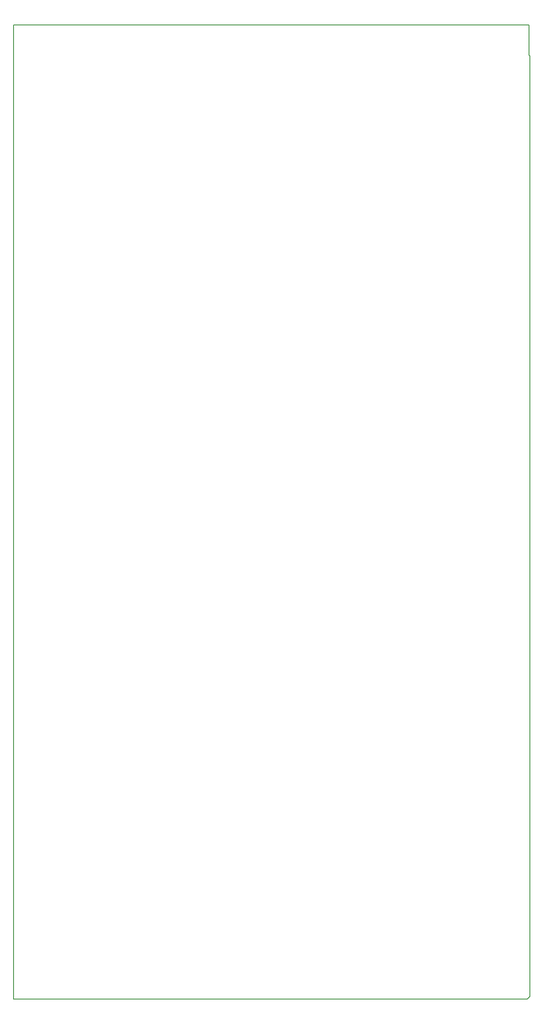
<source format=gko>
%FSLAX23Y23*%
%MOIN*%
G70*
G01*
G75*
G04 Layer_Color=8388736*
%ADD10C,0.031*%
%ADD11C,0.197*%
%ADD12C,0.236*%
%ADD13C,0.165*%
%ADD14C,0.157*%
%ADD15C,0.059*%
%ADD16R,0.059X0.059*%
G04:AMPARAMS|DCode=17|XSize=236mil|YSize=236mil|CornerRadius=59mil|HoleSize=0mil|Usage=FLASHONLY|Rotation=0.000|XOffset=0mil|YOffset=0mil|HoleType=Round|Shape=RoundedRectangle|*
%AMROUNDEDRECTD17*
21,1,0.236,0.118,0,0,0.0*
21,1,0.118,0.236,0,0,0.0*
1,1,0.118,0.059,-0.059*
1,1,0.118,-0.059,-0.059*
1,1,0.118,-0.059,0.059*
1,1,0.118,0.059,0.059*
%
%ADD17ROUNDEDRECTD17*%
%ADD18C,0.157*%
G04:AMPARAMS|DCode=19|XSize=236mil|YSize=236mil|CornerRadius=59mil|HoleSize=0mil|Usage=FLASHONLY|Rotation=270.000|XOffset=0mil|YOffset=0mil|HoleType=Round|Shape=RoundedRectangle|*
%AMROUNDEDRECTD19*
21,1,0.236,0.118,0,0,270.0*
21,1,0.118,0.236,0,0,270.0*
1,1,0.118,-0.059,-0.059*
1,1,0.118,-0.059,0.059*
1,1,0.118,0.059,0.059*
1,1,0.118,0.059,-0.059*
%
%ADD19ROUNDEDRECTD19*%
%ADD20C,0.079*%
%ADD21C,0.050*%
%ADD22C,0.079*%
%ADD23C,0.039*%
%ADD24C,0.071*%
%ADD25C,0.059*%
%ADD26R,0.031X0.024*%
%ADD27R,0.060X0.100*%
%ADD28R,0.100X0.060*%
%ADD29C,0.118*%
%ADD30C,0.008*%
%ADD31C,0.010*%
%ADD32C,0.006*%
%ADD33C,0.067*%
%ADD34R,0.067X0.067*%
G04:AMPARAMS|DCode=35|XSize=244mil|YSize=244mil|CornerRadius=63mil|HoleSize=0mil|Usage=FLASHONLY|Rotation=0.000|XOffset=0mil|YOffset=0mil|HoleType=Round|Shape=RoundedRectangle|*
%AMROUNDEDRECTD35*
21,1,0.244,0.118,0,0,0.0*
21,1,0.118,0.244,0,0,0.0*
1,1,0.126,0.059,-0.059*
1,1,0.126,-0.059,-0.059*
1,1,0.126,-0.059,0.059*
1,1,0.126,0.059,0.059*
%
%ADD35ROUNDEDRECTD35*%
%ADD36C,0.165*%
G04:AMPARAMS|DCode=37|XSize=244mil|YSize=244mil|CornerRadius=63mil|HoleSize=0mil|Usage=FLASHONLY|Rotation=270.000|XOffset=0mil|YOffset=0mil|HoleType=Round|Shape=RoundedRectangle|*
%AMROUNDEDRECTD37*
21,1,0.244,0.118,0,0,270.0*
21,1,0.118,0.244,0,0,270.0*
1,1,0.126,-0.059,-0.059*
1,1,0.126,-0.059,0.059*
1,1,0.126,0.059,0.059*
1,1,0.126,0.059,-0.059*
%
%ADD37ROUNDEDRECTD37*%
%ADD38C,0.087*%
%ADD39C,0.008*%
%ADD40C,0.058*%
%ADD41R,0.039X0.032*%
%ADD42R,0.068X0.108*%
%ADD43R,0.108X0.068*%
%ADD44C,0.005*%
D30*
X3944Y180D02*
X3944Y180D01*
Y7181D01*
X7Y-6D02*
Y7416D01*
X3937D01*
Y7370D02*
Y7416D01*
Y7188D02*
X3944Y7181D01*
X3937Y7188D02*
Y7370D01*
X3924Y-7D02*
X3944Y13D01*
Y180D01*
X7Y-7D02*
X3924D01*
M02*

</source>
